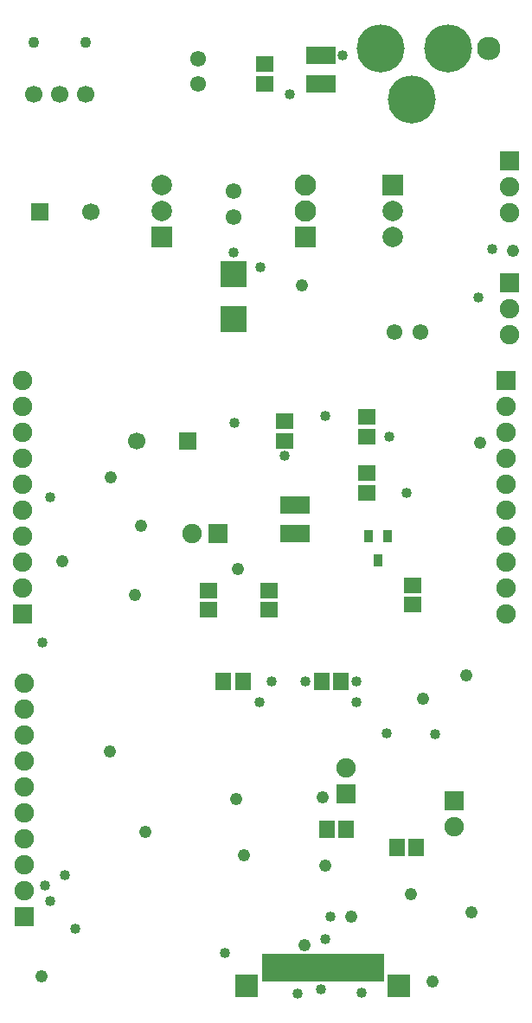
<source format=gbr>
G04 DipTrace 3.0.0.2*
G04 TopMask.gbr*
%MOMM*%
G04 #@! TF.FileFunction,Soldermask,Top*
G04 #@! TF.Part,Single*
%ADD17R,1.7X1.7*%
%ADD18C,1.7*%
%ADD22R,2.0X2.0*%
%ADD35R,1.9X1.9*%
%ADD36C,1.9*%
%ADD37C,1.016*%
%ADD39C,2.3*%
%ADD40C,1.1*%
%ADD46C,1.216*%
%ADD48C,2.1*%
%ADD49R,2.1X2.1*%
%ADD50C,1.7*%
%ADD52R,2.6X2.6*%
%ADD53R,2.2X2.2*%
%ADD56R,0.85X1.25*%
%ADD58C,2.0*%
%ADD61C,1.55*%
%ADD63R,2.9X1.8*%
%ADD65C,4.7*%
%ADD67R,0.5X2.7*%
%ADD69R,1.5X1.7*%
%ADD71R,1.7X1.5*%
%FSLAX35Y35*%
G04*
G71*
G90*
G75*
G01*
G04 TopMask*
%LPD*%
D46*
X4500000Y1950000D3*
X2150000Y6250000D3*
X4250000Y2450000D3*
X3450000Y2550000D3*
X4042820Y1667587D3*
X5084453Y2168697D3*
X2441563Y5773297D3*
X3373610Y3103170D3*
X4224583Y3114310D3*
X5296187Y1314893D3*
X5205970Y4080083D3*
X5626560Y4307903D3*
X5679907Y1986357D3*
X2481230Y2776617D3*
X2387150Y5100360D3*
X3393793Y5354373D3*
X5762547Y6589083D3*
X1473470Y1364220D3*
X6085497Y8470273D3*
X1668577Y5425670D3*
X2141967Y3564057D3*
X4020683Y8128270D3*
D37*
X4300000Y1950000D3*
X1474347Y4631863D3*
X5042000Y6100000D3*
X3608430Y8304720D3*
X4054820Y4250000D3*
X3350000Y8452510D3*
X4250000Y1730217D3*
X4418800Y10380000D3*
X4874747Y6643407D3*
X1801400Y1825130D3*
X3978507Y1195513D3*
X4600000Y1200000D3*
X1700000Y2350000D3*
X1500000Y2250000D3*
X1550000Y6050000D3*
Y2100000D3*
X4200000Y1234897D3*
X3723400Y4250000D3*
X3357190Y6779070D3*
X3845000Y6456200D3*
X3264500Y1595180D3*
X4550000Y4050000D3*
X3600000D3*
X4550300Y4250000D3*
X4250000Y6850000D3*
X3900000Y10000000D3*
X5319200Y3730510D3*
X4844190Y3743283D3*
X5883800Y8485100D3*
X5749200Y8009000D3*
D35*
X1282000Y4907000D3*
D36*
Y5161000D3*
Y5415000D3*
Y5669000D3*
Y5923000D3*
Y6177000D3*
Y6431000D3*
Y6685000D3*
Y6939000D3*
Y7193000D3*
D71*
X3100000Y4950000D3*
Y5140000D3*
X3700000Y4950000D3*
Y5140000D3*
X4650000Y6650000D3*
Y6840000D3*
X3655000Y10295000D3*
Y10105000D3*
D69*
X4400000Y4250000D3*
X4210000D3*
D71*
X4650000Y6290000D3*
Y6100000D3*
D35*
X3200000Y5700000D3*
D36*
X2946000D3*
D67*
X4800000Y1450000D3*
X4750000D3*
X4700000D3*
X4650000D3*
X4600000D3*
X4550000D3*
X4500000D3*
X4450000D3*
X4400000D3*
X4350000D3*
X4300000D3*
X4250000D3*
X4200000D3*
X4150000D3*
X4100000D3*
X4050000D3*
X4000000D3*
X3950000D3*
X3900000D3*
X3850000D3*
X3800000D3*
X3750000D3*
X3700000D3*
X3650000D3*
D53*
X4970000Y1270000D3*
X3480000D3*
D35*
X1300000Y1950000D3*
D36*
Y2204000D3*
Y2458000D3*
Y2712000D3*
Y2966000D3*
Y3220000D3*
Y3474000D3*
Y3728000D3*
Y3982000D3*
Y4236000D3*
D69*
X3250000Y4250000D3*
X3440000D3*
D71*
X3845000Y6605000D3*
Y6795000D3*
X5100000Y5190000D3*
Y5000000D3*
D65*
X5450000Y10450000D3*
X5095000Y9950000D3*
X4790000Y10450000D3*
D39*
X5845000D3*
D63*
X3950000Y5700000D3*
Y5980000D3*
D61*
X3350000Y9050000D3*
Y8800000D3*
X3000000Y10350000D3*
Y10100000D3*
D22*
X2650000Y8600000D3*
D58*
Y9108000D3*
Y8854000D3*
D22*
X4909593Y9107980D3*
D58*
Y8599980D3*
Y8853980D3*
D61*
X4925000Y7675000D3*
X5175000D3*
D56*
X4860000Y5670000D3*
X4670000D3*
X4765000Y5440000D3*
D17*
X1450000Y8850000D3*
D18*
X1950000D3*
D52*
X3350000Y7800000D3*
Y8240000D3*
D17*
X2900000Y6600000D3*
D18*
X2400000D3*
D50*
X1900000Y10000000D3*
X1646000D3*
X1392000D3*
D40*
X1900000Y10508000D3*
X1392000D3*
D49*
X4050000Y8600000D3*
D48*
Y8854000D3*
Y9108000D3*
D63*
X4200000Y10380000D3*
Y10100000D3*
D35*
X6018000Y7193000D3*
D36*
Y6939000D3*
Y6685000D3*
Y6431000D3*
Y6177000D3*
Y5923000D3*
Y5669000D3*
Y5415000D3*
Y5161000D3*
Y4907000D3*
D35*
X6050000Y8150000D3*
D36*
Y7896000D3*
Y7642000D3*
D35*
Y9350000D3*
D36*
Y9096000D3*
Y8842000D3*
D69*
X5137437Y2626940D3*
X4947437D3*
X4450000Y2800000D3*
X4260000D3*
D35*
X4450000Y3150000D3*
D36*
Y3404000D3*
D35*
X5509700Y3085343D3*
D36*
Y2831343D3*
M02*

</source>
